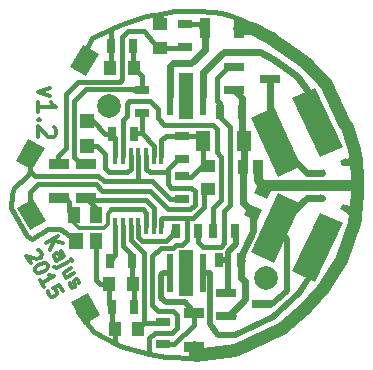
<source format=gtl>
G04 #@! TF.FileFunction,Copper,L1,Top,Signal*
%FSLAX46Y46*%
G04 Gerber Fmt 4.6, Leading zero omitted, Abs format (unit mm)*
G04 Created by KiCad (PCBNEW (2015-11-29 BZR 6336, Git 7b0d981)-product) date Po 7. prosinec 2015, 17:54:50 CET*
%MOMM*%
G01*
G04 APERTURE LIST*
%ADD10C,0.100000*%
%ADD11C,0.300000*%
%ADD12R,1.198880X1.399540*%
%ADD13R,1.000760X1.399540*%
%ADD14R,1.198880X1.198880*%
%ADD15R,0.500000X3.300000*%
%ADD16R,1.300000X4.000000*%
%ADD17C,0.360000*%
%ADD18C,0.370000*%
%ADD19R,0.965200X1.270000*%
%ADD20R,1.800860X0.800100*%
%ADD21R,1.000000X1.250000*%
%ADD22R,1.250000X1.000000*%
%ADD23R,0.700000X1.300000*%
%ADD24R,1.300000X0.700000*%
%ADD25R,0.900000X1.700000*%
%ADD26R,1.300480X1.699260*%
%ADD27R,1.700000X0.900000*%
%ADD28R,0.450000X1.450000*%
%ADD29C,2.000000*%
%ADD30C,0.600000*%
%ADD31C,0.500000*%
%ADD32C,0.400000*%
%ADD33C,1.100000*%
%ADD34C,0.800000*%
%ADD35C,0.900000*%
G04 APERTURE END LIST*
D10*
D11*
X101464229Y-89297144D02*
X100464229Y-89654287D01*
X101464229Y-90011429D01*
X100464229Y-91368572D02*
X100464229Y-90511429D01*
X100464229Y-90940001D02*
X101964229Y-90940001D01*
X101749943Y-90797144D01*
X101607086Y-90654286D01*
X101535657Y-90511429D01*
X100607086Y-92011429D02*
X100535657Y-92082857D01*
X100464229Y-92011429D01*
X100535657Y-91940000D01*
X100607086Y-92011429D01*
X100464229Y-92011429D01*
X101821371Y-92654286D02*
X101892800Y-92725715D01*
X101964229Y-92868572D01*
X101964229Y-93225715D01*
X101892800Y-93368572D01*
X101821371Y-93440001D01*
X101678514Y-93511429D01*
X101535657Y-93511429D01*
X101321371Y-93440001D01*
X100464229Y-92582858D01*
X100464229Y-93511429D01*
X101155523Y-102493116D02*
X102194753Y-101893116D01*
X101498380Y-103086962D02*
X101835083Y-102298721D01*
X102537611Y-102486962D02*
X101600907Y-102235973D01*
X102012666Y-103977731D02*
X102557024Y-103663446D01*
X102627427Y-103556815D01*
X102619771Y-103429269D01*
X102505486Y-103231321D01*
X102398856Y-103160918D01*
X102062153Y-103949160D02*
X101955523Y-103878756D01*
X101812666Y-103631321D01*
X101805010Y-103503775D01*
X101875412Y-103397145D01*
X101974387Y-103340002D01*
X102101933Y-103332346D01*
X102208563Y-103402749D01*
X102351420Y-103650185D01*
X102458050Y-103720588D01*
X102991200Y-104072602D02*
X102100430Y-104586888D01*
X101972885Y-104594543D01*
X101866255Y-104524141D01*
X101837684Y-104474654D01*
X103337610Y-103872602D02*
X103259551Y-103851686D01*
X103238635Y-103929745D01*
X103316694Y-103950661D01*
X103337610Y-103872602D01*
X103238635Y-103929745D01*
X103534057Y-105012859D02*
X102841237Y-105412859D01*
X103276914Y-104567474D02*
X102732555Y-104881760D01*
X102662153Y-104988390D01*
X102669809Y-105115936D01*
X102755523Y-105264397D01*
X102862153Y-105334800D01*
X102940212Y-105355716D01*
X103147867Y-105829671D02*
X103155523Y-105957217D01*
X103269809Y-106155167D01*
X103376438Y-106225569D01*
X103503984Y-106217914D01*
X103553471Y-106189342D01*
X103623874Y-106082712D01*
X103616219Y-105955167D01*
X103530504Y-105806705D01*
X103522848Y-105679159D01*
X103593251Y-105572529D01*
X103642738Y-105543957D01*
X103770284Y-105536302D01*
X103876914Y-105606705D01*
X103962629Y-105755167D01*
X103970284Y-105882712D01*
X100438191Y-103039233D02*
X100516250Y-103060149D01*
X100622881Y-103130552D01*
X100765738Y-103377988D01*
X100773393Y-103505534D01*
X100752477Y-103583593D01*
X100682074Y-103690223D01*
X100583101Y-103747366D01*
X100406067Y-103783593D01*
X99469365Y-103532604D01*
X99840793Y-104175937D01*
X101251452Y-104219270D02*
X101308595Y-104318244D01*
X101316250Y-104445790D01*
X101295334Y-104523849D01*
X101224931Y-104630479D01*
X101055555Y-104794252D01*
X100808119Y-104937109D01*
X100581598Y-105001907D01*
X100454053Y-105009563D01*
X100375994Y-104988647D01*
X100269364Y-104918244D01*
X100212222Y-104819270D01*
X100204566Y-104691724D01*
X100225482Y-104613665D01*
X100295884Y-104507035D01*
X100465261Y-104343262D01*
X100712697Y-104200405D01*
X100939217Y-104135607D01*
X101066763Y-104127951D01*
X101144822Y-104148867D01*
X101251452Y-104219270D01*
X100983650Y-106155423D02*
X100640793Y-105561577D01*
X100812222Y-105858501D02*
X101851452Y-105258501D01*
X101645847Y-105245240D01*
X101489730Y-105203408D01*
X101383100Y-105133005D01*
X102565738Y-106495679D02*
X102280023Y-106000807D01*
X101756580Y-106237034D01*
X101834638Y-106257950D01*
X101941269Y-106328353D01*
X102084126Y-106575789D01*
X102091781Y-106703335D01*
X102070866Y-106781394D01*
X102000463Y-106888024D01*
X101753027Y-107030881D01*
X101625482Y-107038536D01*
X101547423Y-107017621D01*
X101440793Y-106947217D01*
X101297936Y-106699782D01*
X101290280Y-106572236D01*
X101311196Y-106494177D01*
D12*
X103675180Y-102293420D03*
D13*
X105394760Y-102293420D03*
X105394760Y-100093780D03*
X103494840Y-100093780D03*
D14*
X104648000Y-92168980D03*
X104648000Y-94267020D03*
D15*
X114430000Y-90043000D03*
X111630000Y-90043000D03*
D16*
X113030000Y-90043000D03*
D17*
X112680000Y-89443000D03*
X112680000Y-90043000D03*
X113380000Y-90043000D03*
X112680000Y-88843000D03*
X112680000Y-88293000D03*
X112680000Y-90643000D03*
X112680000Y-91243000D03*
X112680000Y-91793000D03*
X113380000Y-89443000D03*
X113380000Y-88843000D03*
X113380000Y-88293000D03*
X113380000Y-90643000D03*
X113380000Y-91243000D03*
X113380000Y-91793000D03*
D18*
X113380000Y-106229000D03*
X113380000Y-105629000D03*
X113380000Y-106779000D03*
X112680000Y-106779000D03*
X112680000Y-106229000D03*
X112680000Y-105629000D03*
X113380000Y-103279000D03*
X113380000Y-103829000D03*
X113380000Y-104429000D03*
X112680000Y-103279000D03*
X112680000Y-103829000D03*
X112680000Y-104429000D03*
X112680000Y-105029000D03*
D15*
X114430000Y-105029000D03*
X111630000Y-105029000D03*
D16*
X113030000Y-105029000D03*
D18*
X113380000Y-105029000D03*
D10*
G36*
X124296773Y-96837254D02*
X124106595Y-96429415D01*
X124641317Y-96180070D01*
X124831495Y-96587909D01*
X124296773Y-96837254D01*
X124296773Y-96837254D01*
G37*
G36*
X126209083Y-95945530D02*
X126018905Y-95537691D01*
X126553627Y-95288346D01*
X126743805Y-95696185D01*
X126209083Y-95945530D01*
X126209083Y-95945530D01*
G37*
D19*
X119100600Y-96062800D03*
X117830600Y-96062800D03*
D20*
X117066060Y-87594400D03*
X117066060Y-89494400D03*
X120068340Y-88544400D03*
X116405660Y-106695200D03*
X116405660Y-108595200D03*
X119407940Y-107645200D03*
D10*
G36*
X104263404Y-85654171D02*
X105649044Y-86454171D01*
X104559044Y-88342107D01*
X103173404Y-87542107D01*
X104263404Y-85654171D01*
X104263404Y-85654171D01*
G37*
G36*
X99656956Y-93623493D02*
X101042596Y-94423493D01*
X99952596Y-96311429D01*
X98566956Y-95511429D01*
X99656956Y-93623493D01*
X99656956Y-93623493D01*
G37*
G36*
X105746626Y-108569349D02*
X104360986Y-109369349D01*
X103270986Y-107481413D01*
X104656626Y-106681413D01*
X105746626Y-108569349D01*
X105746626Y-108569349D01*
G37*
G36*
X101148214Y-100595387D02*
X99762574Y-101395387D01*
X98672574Y-99507451D01*
X100058214Y-98707451D01*
X101148214Y-100595387D01*
X101148214Y-100595387D01*
G37*
G36*
X119007715Y-100581998D02*
X117874831Y-100053725D01*
X118297449Y-99147418D01*
X119430333Y-99675691D01*
X119007715Y-100581998D01*
X119007715Y-100581998D01*
G37*
G36*
X119852951Y-98769382D02*
X118720067Y-98241109D01*
X119142685Y-97334802D01*
X120275569Y-97863075D01*
X119852951Y-98769382D01*
X119852951Y-98769382D01*
G37*
D21*
X108594400Y-87680800D03*
X106594400Y-87680800D03*
X108950000Y-109728000D03*
X106950000Y-109728000D03*
D22*
X114858800Y-95926400D03*
X114858800Y-97926400D03*
D23*
X114030800Y-101447600D03*
X112130800Y-101447600D03*
X117739200Y-91389200D03*
X115839200Y-91389200D03*
X106542800Y-103987600D03*
X108442800Y-103987600D03*
X108595200Y-107848400D03*
X106695200Y-107848400D03*
X108506300Y-85750400D03*
X106606300Y-85750400D03*
D24*
X112877600Y-83936800D03*
X112877600Y-85836800D03*
X112674400Y-96789200D03*
X112674400Y-98689200D03*
X112674400Y-93436400D03*
X112674400Y-95336400D03*
D23*
X117180400Y-101447600D03*
X115280400Y-101447600D03*
X117688400Y-103886000D03*
X115788400Y-103886000D03*
D24*
X111048800Y-111033600D03*
X111048800Y-109133600D03*
D23*
X106695200Y-93218000D03*
X108595200Y-93218000D03*
D10*
G36*
X120815918Y-96827430D02*
X118491898Y-91843553D01*
X120439408Y-90935414D01*
X122763428Y-95919291D01*
X120815918Y-96827430D01*
X120815918Y-96827430D01*
G37*
G36*
X124314992Y-95195786D02*
X121990972Y-90211909D01*
X123938482Y-89303770D01*
X126262502Y-94287647D01*
X124314992Y-95195786D01*
X124314992Y-95195786D01*
G37*
G36*
X118491898Y-103228447D02*
X120815918Y-98244570D01*
X122763428Y-99152709D01*
X120439408Y-104136586D01*
X118491898Y-103228447D01*
X118491898Y-103228447D01*
G37*
G36*
X121990972Y-104860091D02*
X124314992Y-99876214D01*
X126262502Y-100784353D01*
X123938482Y-105768230D01*
X121990972Y-104860091D01*
X121990972Y-104860091D01*
G37*
D25*
X114577200Y-84277200D03*
X117477200Y-84277200D03*
D21*
X108492800Y-105918000D03*
X106492800Y-105918000D03*
D22*
X110807500Y-85937600D03*
X110807500Y-83937600D03*
D10*
G36*
X124157395Y-98693385D02*
X124347573Y-98285546D01*
X124882295Y-98534891D01*
X124692117Y-98942730D01*
X124157395Y-98693385D01*
X124157395Y-98693385D01*
G37*
G36*
X126069705Y-99585109D02*
X126259883Y-99177270D01*
X126794605Y-99426615D01*
X126604427Y-99834454D01*
X126069705Y-99585109D01*
X126069705Y-99585109D01*
G37*
D26*
X114429540Y-93827600D03*
X117929660Y-93827600D03*
D24*
X109232700Y-91424800D03*
X109232700Y-89524800D03*
D27*
X113639600Y-108379600D03*
X113639600Y-111279600D03*
D28*
X110916000Y-95094000D03*
X110266000Y-95094000D03*
X109616000Y-95094000D03*
X108966000Y-95094000D03*
X108316000Y-95094000D03*
X107666000Y-95094000D03*
X107016000Y-95094000D03*
X107016000Y-100994000D03*
X107666000Y-100994000D03*
X108316000Y-100994000D03*
X108966000Y-100994000D03*
X109616000Y-100994000D03*
X110266000Y-100994000D03*
X110916000Y-100994000D03*
D27*
X104546400Y-98630400D03*
X104546400Y-95730400D03*
X102209600Y-95730400D03*
X102209600Y-98630400D03*
D29*
X119735600Y-105460800D03*
X106476800Y-90881200D03*
D30*
X117688400Y-103886000D02*
X117688400Y-105445600D01*
X117957600Y-107238800D02*
X116601200Y-108595200D01*
X117957600Y-105714800D02*
X117957600Y-107238800D01*
X117688400Y-105445600D02*
X117957600Y-105714800D01*
X116601200Y-108595200D02*
X116405660Y-108595200D01*
X118652582Y-99864708D02*
X118668800Y-101447600D01*
X117703600Y-103428800D02*
X117688400Y-103886000D01*
X117957600Y-102920800D02*
X117703600Y-103428800D01*
X117957600Y-102922094D02*
X117957600Y-102920800D01*
X118668800Y-101447600D02*
X117957600Y-102922094D01*
X117830600Y-96062800D02*
X117830600Y-99042726D01*
X117830600Y-99042726D02*
X118652582Y-99864708D01*
X117929660Y-93827600D02*
X117929660Y-95963740D01*
X117929660Y-95963740D02*
X117830600Y-96062800D01*
X117739200Y-91389200D02*
X117739200Y-93637140D01*
X117739200Y-93637140D02*
X117929660Y-93827600D01*
X117739200Y-91389200D02*
X117739200Y-90167540D01*
X117739200Y-90167540D02*
X117066060Y-89494400D01*
D31*
X116405660Y-108595200D02*
X116956800Y-108595200D01*
X118652582Y-99864708D02*
X118652582Y-99805782D01*
X117729000Y-94028260D02*
X117929660Y-93827600D01*
X118652582Y-99864708D02*
X118652582Y-99754982D01*
X118618000Y-99899290D02*
X118652582Y-99864708D01*
X117637600Y-93535540D02*
X117929660Y-93827600D01*
X117777260Y-91351140D02*
X117739200Y-91389200D01*
X116405660Y-108595200D02*
X117058400Y-108595200D01*
X117805200Y-104002800D02*
X117688400Y-103886000D01*
X118059200Y-93827600D02*
X117929660Y-93827600D01*
D32*
X106606300Y-85750400D02*
X106606300Y-87668900D01*
X106606300Y-87668900D02*
X106594400Y-87680800D01*
X116382800Y-83108800D02*
X117754400Y-83566000D01*
X118567200Y-84023200D02*
X118567200Y-84277200D01*
X117754400Y-83566000D02*
X118567200Y-84023200D01*
D33*
X120040400Y-84995657D02*
X118567200Y-84277200D01*
X118567200Y-84277200D02*
X117477200Y-84277200D01*
D32*
X113947229Y-82852256D02*
X115366800Y-82905600D01*
X115366800Y-82905600D02*
X116382800Y-83108800D01*
X116382800Y-83108800D02*
X116433600Y-83124675D01*
D34*
X119100600Y-96062800D02*
X119100600Y-97104200D01*
X119100600Y-97104200D02*
X119532400Y-97536000D01*
X119532400Y-97536000D02*
X119497818Y-98052092D01*
D32*
X106492800Y-105918000D02*
X105714800Y-105918000D01*
X105394760Y-105597960D02*
X105394760Y-102293420D01*
X105714800Y-105918000D02*
X105394760Y-105597960D01*
X106492800Y-105918000D02*
X106492800Y-107646000D01*
X106492800Y-107646000D02*
X106695200Y-107848400D01*
X106695200Y-107848400D02*
X106695200Y-109473200D01*
X106695200Y-109473200D02*
X106950000Y-109728000D01*
X106950000Y-109728000D02*
X106950000Y-110922188D01*
X107035600Y-110896400D02*
X107035600Y-110965861D01*
X106975788Y-110896400D02*
X107035600Y-110896400D01*
X106950000Y-110922188D02*
X106975788Y-110896400D01*
X110642400Y-108204000D02*
X111912400Y-108204000D01*
X110134400Y-103581200D02*
X110845600Y-102870000D01*
X110845600Y-102870000D02*
X111861600Y-102870000D01*
X111861600Y-102870000D02*
X112115600Y-102616000D01*
X112115600Y-102616000D02*
X112674400Y-102616000D01*
X112674400Y-102616000D02*
X113080800Y-102209600D01*
X113080800Y-102209600D02*
X113080800Y-100584000D01*
X113080800Y-100584000D02*
X113080800Y-100330000D01*
X113131600Y-100330000D02*
X113080800Y-100330000D01*
X110134400Y-107696000D02*
X110134400Y-103632000D01*
X110642400Y-108204000D02*
X110134400Y-107696000D01*
X110134400Y-103632000D02*
X110134400Y-103581200D01*
X109880400Y-110540800D02*
X109880400Y-111861600D01*
X110337600Y-110083600D02*
X109880400Y-110540800D01*
X111810800Y-110083600D02*
X110337600Y-110083600D01*
X112268000Y-109626400D02*
X111810800Y-110083600D01*
X112268000Y-108559600D02*
X112268000Y-109626400D01*
X111912400Y-108204000D02*
X112268000Y-108559600D01*
X113080800Y-82806309D02*
X113947229Y-82852256D01*
X113947229Y-82852256D02*
X113995200Y-82854800D01*
X117602000Y-84315300D02*
X117426400Y-84277200D01*
X117805200Y-84162900D02*
X117426400Y-84277200D01*
X106606300Y-85750400D02*
X106606300Y-84363579D01*
X106629200Y-84480400D02*
X106629200Y-84352860D01*
X106629200Y-84386479D02*
X106629200Y-84480400D01*
X106606300Y-84363579D02*
X106629200Y-84386479D01*
X110807500Y-83937600D02*
X110807500Y-83055883D01*
X110845600Y-83210400D02*
X110845600Y-83049533D01*
X110845600Y-83093983D02*
X110845600Y-83210400D01*
X110807500Y-83055883D02*
X110845600Y-83093983D01*
X112014000Y-82854800D02*
X113080800Y-82806309D01*
X113080800Y-82806309D02*
X113131600Y-82804000D01*
X105054400Y-85090000D02*
X106629200Y-84352860D01*
X104411224Y-86291976D02*
X105054400Y-85090000D01*
X106629200Y-84352860D02*
X107442000Y-83972400D01*
X109575600Y-83261200D02*
X110845600Y-83049533D01*
X107442000Y-83972400D02*
X109575600Y-83261200D01*
X110845600Y-83049533D02*
X112014000Y-82854800D01*
X104411224Y-86998139D02*
X104411224Y-86291976D01*
X113131600Y-100330000D02*
X113588800Y-100330000D01*
X114503200Y-99415600D02*
X114503200Y-98282000D01*
X113588800Y-100330000D02*
X114503200Y-99415600D01*
X114503200Y-98282000D02*
X114858800Y-97926400D01*
D31*
X119497818Y-98052092D02*
X119345418Y-97722982D01*
X119345418Y-97722982D02*
X119532400Y-97536000D01*
D35*
X127457200Y-97536000D02*
X119532400Y-97536000D01*
D32*
X110947200Y-100330000D02*
X110916000Y-100513600D01*
X113131600Y-100330000D02*
X110947200Y-100330000D01*
X110916000Y-100513600D02*
X110916000Y-100994000D01*
D30*
X126432155Y-99505862D02*
X126531462Y-99505862D01*
X126531462Y-99505862D02*
X127267013Y-100190613D01*
X127267013Y-100190613D02*
X127267013Y-100190611D01*
X126381355Y-95616938D02*
X126734662Y-95616938D01*
X127331537Y-95020063D02*
X127331537Y-95020064D01*
X126734662Y-95616938D02*
X127331537Y-95020063D01*
D32*
X104143758Y-87504385D02*
X104143758Y-86737242D01*
X104143758Y-87504385D02*
X104143758Y-86927742D01*
X103844087Y-107337854D02*
X103844087Y-108073187D01*
X106339600Y-87426000D02*
X106594400Y-87680800D01*
X111302800Y-112115600D02*
X113842800Y-112166400D01*
X113842800Y-112166400D02*
X113639600Y-111279600D01*
X109880400Y-111861600D02*
X111302800Y-112115600D01*
X107696000Y-111302800D02*
X109270800Y-111705656D01*
X109270800Y-111705656D02*
X109880400Y-111861600D01*
X107035600Y-110965861D02*
X107696000Y-111302800D01*
X106283211Y-110581989D02*
X107035600Y-110965861D01*
X103844087Y-108314487D02*
X105206800Y-110032800D01*
X105206800Y-110032800D02*
X106283211Y-110581989D01*
X103844087Y-107337854D02*
X103844087Y-108314487D01*
X106695200Y-109473200D02*
X106950000Y-109728000D01*
D33*
X124612400Y-106273600D02*
X125628400Y-104698800D01*
X125628400Y-104698800D02*
X126085600Y-103936800D01*
X113792000Y-111912400D02*
X113639600Y-111279600D01*
X120243600Y-85140800D02*
X120040400Y-84995657D01*
X120040400Y-84995657D02*
X123088400Y-87172800D01*
X120396000Y-85255819D02*
X120243600Y-85140800D01*
X124815600Y-89001600D02*
X123088400Y-87172800D01*
X126390400Y-92303600D02*
X124815600Y-89001600D01*
X126593600Y-92659200D02*
X126390400Y-92303600D01*
X127203200Y-94538800D02*
X126593600Y-92659200D01*
X127381446Y-95325757D02*
X127331537Y-95020064D01*
X127331537Y-95020064D02*
X127203200Y-94538800D01*
X127508000Y-97028000D02*
X127381446Y-95325757D01*
X127457200Y-98247200D02*
X127457200Y-97536000D01*
X127457200Y-97536000D02*
X127508000Y-97028000D01*
X127203200Y-100634800D02*
X127267013Y-100190611D01*
X127267013Y-100190611D02*
X127457200Y-98247200D01*
X127268514Y-100469960D02*
X127203200Y-100634800D01*
X126085600Y-103936800D02*
X127268514Y-100469960D01*
X121107200Y-109626400D02*
X123088400Y-107950000D01*
X117144800Y-111506000D02*
X121107200Y-109626400D01*
X113792000Y-111912400D02*
X117144800Y-111506000D01*
X123088400Y-107950000D02*
X124612400Y-106273600D01*
D32*
X106797600Y-107950800D02*
X106695200Y-107848400D01*
X106746000Y-106171200D02*
X106492800Y-105918000D01*
X114429540Y-93827600D02*
X114429540Y-95497140D01*
X114429540Y-95497140D02*
X114858800Y-95926400D01*
X112674400Y-93436400D02*
X113987540Y-93385600D01*
X113987540Y-93385600D02*
X114429540Y-93827600D01*
X112674400Y-96789200D02*
X113421200Y-96840000D01*
X113421200Y-96840000D02*
X114334800Y-95926400D01*
X114334800Y-95926400D02*
X114858800Y-95926400D01*
X110916000Y-95094000D02*
X110896400Y-93776800D01*
X111287600Y-93385600D02*
X112674400Y-93436400D01*
X110896400Y-93776800D02*
X111287600Y-93385600D01*
X114429540Y-94409260D02*
X114429540Y-93827600D01*
X112674400Y-96789200D02*
X112674400Y-96774000D01*
X114132400Y-94124740D02*
X114429540Y-93827600D01*
X112892800Y-93436400D02*
X112674400Y-93436400D01*
X112689600Y-93436400D02*
X112674400Y-93436400D01*
X114870740Y-95938340D02*
X114858800Y-95926400D01*
X107666000Y-100994000D02*
X107666000Y-102687600D01*
X107666000Y-102687600D02*
X108442800Y-103464400D01*
X108442800Y-103464400D02*
X108442800Y-103987600D01*
X108442800Y-103987600D02*
X108442800Y-105868000D01*
X108442800Y-105868000D02*
X108492800Y-105918000D01*
X108595200Y-107848400D02*
X108595200Y-106020400D01*
X108595200Y-106020400D02*
X108492800Y-105918000D01*
X108371600Y-103987600D02*
X108371600Y-103794600D01*
D30*
X120068340Y-88544400D02*
X120068340Y-93322099D01*
X120068340Y-93322099D02*
X120627663Y-93881422D01*
X120068863Y-88544923D02*
X120068340Y-88544400D01*
D31*
X120677940Y-93831145D02*
X120627663Y-93881422D01*
D30*
X124469045Y-96508662D02*
X123254903Y-96508662D01*
X123254903Y-96508662D02*
X120627663Y-93881422D01*
D32*
X112877600Y-83936800D02*
X114236800Y-83936800D01*
X114236800Y-83936800D02*
X114577200Y-84277200D01*
D30*
X111630000Y-90043000D02*
X111630000Y-87506000D01*
X114577200Y-86082800D02*
X114577200Y-84277200D01*
X113436400Y-87223600D02*
X114577200Y-86082800D01*
X111912400Y-87223600D02*
X113436400Y-87223600D01*
X111630000Y-87506000D02*
X111912400Y-87223600D01*
D32*
X112877600Y-83936800D02*
X113146800Y-83936800D01*
X114467600Y-84167600D02*
X114577200Y-84277200D01*
D30*
X114577200Y-84084500D02*
X114577200Y-84277200D01*
D34*
X114467600Y-84167600D02*
X114577200Y-84277200D01*
D31*
X114467600Y-84167600D02*
X114577200Y-84277200D01*
X119763540Y-102054701D02*
X120627663Y-101190578D01*
D30*
X124519845Y-98614138D02*
X123204103Y-98614138D01*
X123204103Y-98614138D02*
X120627663Y-101190578D01*
D34*
X120688834Y-101070524D02*
X120688834Y-100341966D01*
D31*
X121513600Y-102076515D02*
X120627663Y-101190578D01*
X120294400Y-107645200D02*
X121513600Y-106527600D01*
X121513600Y-106527600D02*
X121513600Y-102076515D01*
X119407940Y-107645200D02*
X120294400Y-107645200D01*
D32*
X106695200Y-93218000D02*
X106172000Y-93218000D01*
X106172000Y-93218000D02*
X105122980Y-92168980D01*
X105122980Y-92168980D02*
X104648000Y-92168980D01*
X104970580Y-92168980D02*
X104648000Y-92168980D01*
X107016000Y-95094000D02*
X107016000Y-93538800D01*
X107016000Y-93538800D02*
X106695200Y-93218000D01*
X99517200Y-101904800D02*
X99923600Y-102158800D01*
X98450400Y-97790000D02*
X98247200Y-98298000D01*
X99161600Y-101295200D02*
X99517200Y-101904800D01*
X98196400Y-99466400D02*
X99161600Y-101295200D01*
X98247200Y-98298000D02*
X98196400Y-99466400D01*
X102819200Y-101650800D02*
X103675180Y-102293420D01*
X99957147Y-102149215D02*
X101346000Y-101295200D01*
X101346000Y-101295200D02*
X102311200Y-101295200D01*
X102311200Y-101295200D02*
X102819200Y-101650800D01*
X99923600Y-102158800D02*
X99957147Y-102149215D01*
X108966000Y-97231200D02*
X110134400Y-97231200D01*
X111643200Y-98740000D02*
X112674400Y-98689200D01*
X110134400Y-97231200D02*
X111643200Y-98740000D01*
X108966000Y-97129600D02*
X108966000Y-97231200D01*
X108966000Y-97231200D02*
X108966000Y-97129600D01*
X108966000Y-95094000D02*
X108966000Y-97231200D01*
X99804776Y-95689976D02*
X99804776Y-94967461D01*
X98450400Y-97790000D02*
X98552000Y-97688400D01*
X99804776Y-96435624D02*
X99491800Y-96748600D01*
X99491800Y-96748600D02*
X98450400Y-97790000D01*
X99804776Y-96401176D02*
X99804776Y-96435624D01*
X99804776Y-94967461D02*
X99804776Y-96401176D01*
X100177600Y-96774000D02*
X99804776Y-96401176D01*
X106019600Y-97231200D02*
X105562400Y-96774000D01*
X108966000Y-97231200D02*
X106222800Y-97231200D01*
X106222800Y-97231200D02*
X106019600Y-97231200D01*
X105562400Y-96774000D02*
X100177600Y-96774000D01*
X105394760Y-100093780D02*
X105394760Y-99478760D01*
X105394760Y-99478760D02*
X104546400Y-98630400D01*
X106527600Y-98856800D02*
X104772800Y-98856800D01*
X104772800Y-98856800D02*
X104546400Y-98630400D01*
X109626400Y-98856800D02*
X110286800Y-99517200D01*
X110286800Y-99517200D02*
X110286800Y-100973200D01*
X110286800Y-100973200D02*
X110266000Y-100994000D01*
X108204000Y-98856800D02*
X109626400Y-98856800D01*
X109626400Y-98856800D02*
X109575600Y-98856800D01*
X106476800Y-98856800D02*
X106527600Y-98856800D01*
X106527600Y-98856800D02*
X108204000Y-98856800D01*
X102209600Y-98630400D02*
X102209600Y-98808540D01*
D11*
X106680000Y-99618800D02*
X106680000Y-99669600D01*
X103936800Y-101193600D02*
X103494840Y-100751640D01*
X106019600Y-101193600D02*
X103936800Y-101193600D01*
X106375200Y-100838000D02*
X106019600Y-101193600D01*
X106375200Y-99974400D02*
X106375200Y-100838000D01*
X106680000Y-99669600D02*
X106375200Y-99974400D01*
X103494840Y-100751640D02*
X103494840Y-100093780D01*
D32*
X109616000Y-100994000D02*
X109616000Y-99913200D01*
X107086400Y-99618800D02*
X106680000Y-99618800D01*
X106680000Y-99618800D02*
X106680000Y-99618800D01*
X107086400Y-99618800D02*
X109067600Y-99618800D01*
X109321600Y-99618800D02*
X109067600Y-99618800D01*
X109616000Y-99913200D02*
X109321600Y-99618800D01*
X103124000Y-99722940D02*
X103494840Y-100093780D01*
X103124000Y-98958400D02*
X103124000Y-99722940D01*
X102796000Y-98630400D02*
X103124000Y-98958400D01*
X102209600Y-98630400D02*
X102796000Y-98630400D01*
X115839200Y-91389200D02*
X115839200Y-90642400D01*
X115620800Y-88493600D02*
X116520000Y-87594400D01*
X115620800Y-90424000D02*
X115620800Y-88493600D01*
X115839200Y-90642400D02*
X115620800Y-90424000D01*
X116520000Y-87594400D02*
X117066060Y-87594400D01*
X116230400Y-102463600D02*
X116230400Y-99720400D01*
X114030800Y-102397600D02*
X114401600Y-102768400D01*
X114401600Y-102768400D02*
X115925600Y-102768400D01*
X115925600Y-102768400D02*
X116230400Y-102463600D01*
X114030800Y-101447600D02*
X114030800Y-102397600D01*
X116687600Y-92608400D02*
X115839200Y-91810800D01*
X116687600Y-99263200D02*
X116687600Y-92608400D01*
X116230400Y-99720400D02*
X116687600Y-99263200D01*
X115839200Y-91810800D02*
X115839200Y-91389200D01*
X114030800Y-101447600D02*
X114030800Y-102042000D01*
X115671600Y-91556800D02*
X115839200Y-91389200D01*
X117066060Y-87594400D02*
X116520000Y-87594400D01*
D31*
X115788400Y-103886000D02*
X116537621Y-103886000D01*
X116537621Y-103886000D02*
X116332000Y-103886000D01*
X116332000Y-103886000D02*
X116537621Y-103886000D01*
X116537621Y-106563239D02*
X116537621Y-103886000D01*
X116537621Y-103886000D02*
X116537621Y-103228021D01*
X117195600Y-102565200D02*
X117180400Y-101447600D01*
X116537621Y-103228021D02*
X117195600Y-102565200D01*
X116537621Y-106563239D02*
X116405660Y-106695200D01*
D32*
X117180400Y-101447600D02*
X117180400Y-101208800D01*
X108966000Y-100994000D02*
X108966000Y-101955600D01*
X111293202Y-102269998D02*
X112115600Y-101447600D01*
X109280398Y-102269998D02*
X111293202Y-102269998D01*
X108966000Y-101955600D02*
X109280398Y-102269998D01*
X112115600Y-101447600D02*
X112130800Y-101447600D01*
X111912400Y-101447600D02*
X112130800Y-101447600D01*
X107666000Y-95094000D02*
X107666000Y-92079600D01*
X108000800Y-91744800D02*
X108000800Y-90678000D01*
X108000800Y-90678000D02*
X108204000Y-90474800D01*
X108204000Y-90474800D02*
X109982000Y-90474800D01*
X109982000Y-90474800D02*
X110591600Y-91084400D01*
X107666000Y-92079600D02*
X108000800Y-91744800D01*
X115280400Y-101447600D02*
X115265200Y-99517200D01*
X110591600Y-91897200D02*
X111150400Y-92456000D01*
X111150400Y-92456000D02*
X115265200Y-92456000D01*
X115265200Y-92456000D02*
X115620800Y-92811600D01*
X110591600Y-91897200D02*
X110591600Y-91084400D01*
X115620800Y-94792800D02*
X115620800Y-92811600D01*
X115976400Y-95148400D02*
X115620800Y-94792800D01*
X115976400Y-98806000D02*
X115976400Y-95148400D01*
X115265200Y-99517200D02*
X115976400Y-98806000D01*
X110591600Y-91084400D02*
X110591600Y-91084400D01*
X109616000Y-95094000D02*
X109616000Y-96154000D01*
X109931200Y-96469200D02*
X111455200Y-96469200D01*
X109616000Y-96154000D02*
X109931200Y-96469200D01*
X111810800Y-97790000D02*
X111760000Y-97790000D01*
X105918000Y-98044000D02*
X105359200Y-97485200D01*
X105359200Y-97485200D02*
X100482400Y-97485200D01*
X100482400Y-97485200D02*
X99808794Y-98158806D01*
X99910394Y-100051419D02*
X99808794Y-98158806D01*
X111099600Y-99212400D02*
X111506000Y-99618800D01*
X109931200Y-98094800D02*
X109982000Y-98094800D01*
X105918000Y-98094800D02*
X109931200Y-98094800D01*
X109982000Y-98094800D02*
X111099600Y-99212400D01*
X113436400Y-97790000D02*
X111810800Y-97790000D01*
X113741200Y-98094800D02*
X113436400Y-97790000D01*
X113741200Y-99212400D02*
X113741200Y-98094800D01*
X113334800Y-99618800D02*
X113741200Y-99212400D01*
X111506000Y-99618800D02*
X113334800Y-99618800D01*
X105918000Y-98094800D02*
X105918000Y-98044000D01*
X111455200Y-96215200D02*
X112334000Y-95336400D01*
X111455200Y-97485200D02*
X111455200Y-96469200D01*
X111455200Y-96469200D02*
X111455200Y-96215200D01*
X111760000Y-97790000D02*
X111455200Y-97485200D01*
X112334000Y-95336400D02*
X112674400Y-95336400D01*
X99910394Y-100051419D02*
X99910394Y-99327206D01*
X112283200Y-95336400D02*
X112674400Y-95336400D01*
X112674400Y-95351600D02*
X112674400Y-95336400D01*
X112659200Y-95351600D02*
X112674400Y-95336400D01*
X108316000Y-100994000D02*
X108316000Y-102169200D01*
X109423200Y-104190800D02*
X109423200Y-109270800D01*
X109423200Y-103276400D02*
X109423200Y-104190800D01*
X108316000Y-102169200D02*
X109423200Y-103276400D01*
X110657600Y-109270800D02*
X111048800Y-109133600D01*
X109626400Y-109270800D02*
X110657600Y-109270800D01*
X108950000Y-109728000D02*
X109423200Y-109270800D01*
X109423200Y-109270800D02*
X109626400Y-109270800D01*
X109232700Y-93167200D02*
X108646000Y-93167200D01*
X108646000Y-93167200D02*
X108595200Y-93218000D01*
X110266000Y-95094000D02*
X110266000Y-94213200D01*
X109232700Y-93179900D02*
X109232700Y-93167200D01*
X109232700Y-93167200D02*
X109232700Y-91424800D01*
X110266000Y-94213200D02*
X109232700Y-93179900D01*
X109369900Y-91424800D02*
X109232700Y-91424800D01*
X109232700Y-91424800D02*
X109408000Y-91424800D01*
X107016000Y-100994000D02*
X107016000Y-103514400D01*
X107016000Y-103514400D02*
X106542800Y-103987600D01*
X107016000Y-101010000D02*
X107016000Y-100994000D01*
X106542800Y-103987600D02*
X106542800Y-103769200D01*
D30*
X114430000Y-90043000D02*
X114430000Y-88008000D01*
X122428000Y-88290400D02*
X123952000Y-90474800D01*
X120345200Y-86918800D02*
X122428000Y-88290400D01*
X119278400Y-86258400D02*
X120345200Y-86918800D01*
X116179600Y-86258400D02*
X119278400Y-86258400D01*
X114430000Y-88008000D02*
X116179600Y-86258400D01*
X123952000Y-90474800D02*
X124126737Y-92249778D01*
D32*
X111048800Y-111033600D02*
X111978400Y-111033600D01*
X113639600Y-109372400D02*
X113639600Y-108379600D01*
X111978400Y-111033600D02*
X113639600Y-109372400D01*
X113639600Y-108610400D02*
X113639600Y-108379600D01*
X111048800Y-111033600D02*
X111216400Y-111033600D01*
D31*
X111023400Y-105029000D02*
X110896400Y-105156000D01*
X110896400Y-105156000D02*
X110896400Y-107137200D01*
X110896400Y-107137200D02*
X111302800Y-107492800D01*
X111302800Y-107492800D02*
X112877600Y-107492800D01*
X112877600Y-107492800D02*
X113639600Y-108379600D01*
X111630000Y-105029000D02*
X111023400Y-105029000D01*
X124126737Y-102822222D02*
X124126737Y-104219263D01*
X124126737Y-104219263D02*
X122580400Y-106730800D01*
X122580400Y-106730800D02*
X120345200Y-108712000D01*
X120345200Y-108712000D02*
X117144800Y-110236000D01*
X117144800Y-110236000D02*
X115671600Y-110236000D01*
X115671600Y-110236000D02*
X115011200Y-109321600D01*
X115011200Y-109321600D02*
X115011200Y-105054400D01*
X115011200Y-105054400D02*
X114985800Y-105029000D01*
X114985800Y-105029000D02*
X114430000Y-105029000D01*
D34*
X124065566Y-102942276D02*
X124065566Y-104178834D01*
D31*
X124065566Y-102942276D02*
X123901200Y-104190800D01*
D32*
X108316000Y-95094000D02*
X108316000Y-96154000D01*
X105443020Y-94267020D02*
X104648000Y-94267020D01*
X106121200Y-94945200D02*
X105443020Y-94267020D01*
X106121200Y-96113600D02*
X106121200Y-94945200D01*
X106476800Y-96469200D02*
X106121200Y-96113600D01*
X108000800Y-96469200D02*
X106476800Y-96469200D01*
X108316000Y-96154000D02*
X108000800Y-96469200D01*
X104648000Y-94267020D02*
X104731820Y-94267020D01*
X103632000Y-90373200D02*
X103530400Y-90474800D01*
X103530400Y-95199200D02*
X104061600Y-95730400D01*
X103530400Y-90474800D02*
X103530400Y-95199200D01*
X104061600Y-95730400D02*
X104546400Y-95730400D01*
X109232700Y-89524800D02*
X109232700Y-88319100D01*
X109232700Y-88319100D02*
X108594400Y-87680800D01*
X108506300Y-85750400D02*
X108506300Y-86090800D01*
X108594400Y-87680800D02*
X108594400Y-87868000D01*
X108506300Y-87592700D02*
X108594400Y-87680800D01*
X108506300Y-85750400D02*
X108506300Y-87592700D01*
X108574800Y-89524800D02*
X108508800Y-89458800D01*
X105460800Y-89458800D02*
X105511600Y-89458800D01*
X108508800Y-89458800D02*
X105460800Y-89458800D01*
X109232700Y-89524800D02*
X108574800Y-89524800D01*
X104546400Y-89458800D02*
X104394000Y-89611200D01*
X104394000Y-89611200D02*
X103632000Y-90373200D01*
X103632000Y-90373200D02*
X103632000Y-90373200D01*
X104597200Y-95758000D02*
X104546400Y-95730400D01*
X105460800Y-89458800D02*
X104546400Y-89458800D01*
X110807500Y-85937600D02*
X112776800Y-85937600D01*
X112776800Y-85937600D02*
X112877600Y-85836800D01*
X112877600Y-85836800D02*
X113045200Y-85836800D01*
X109435900Y-84480400D02*
X108115100Y-84480400D01*
X108115100Y-84480400D02*
X107607100Y-84988400D01*
X107607100Y-86512400D02*
X107607100Y-86410800D01*
X107607100Y-86512400D02*
X107607100Y-86512400D01*
X107607100Y-84988400D02*
X107607100Y-86512400D01*
X110639100Y-85937600D02*
X109435900Y-84480400D01*
X110807500Y-85937600D02*
X110639100Y-85937600D01*
X107607100Y-88582500D02*
X107391200Y-88798400D01*
X107391200Y-88798400D02*
X103886000Y-88798400D01*
X103886000Y-88798400D02*
X103784400Y-88900000D01*
X102819200Y-89865200D02*
X102819200Y-94437200D01*
X103784400Y-88900000D02*
X102819200Y-89865200D01*
X102158800Y-95097600D02*
X102209600Y-95730400D01*
X102819200Y-94437200D02*
X102158800Y-95097600D01*
X107607100Y-86512400D02*
X107607100Y-88582500D01*
M02*

</source>
